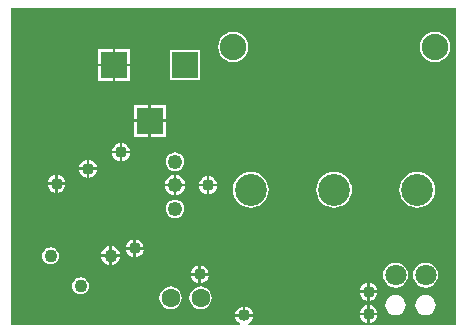
<source format=gbl>
%FSLAX24Y24*%
%MOIN*%
G70*
G01*
G75*
G04 Layer_Physical_Order=2*
G04 Layer_Color=16711680*
%ADD10R,0.0354X0.0276*%
%ADD11R,0.0354X0.0315*%
%ADD12R,0.0217X0.0512*%
%ADD13R,0.0236X0.0512*%
%ADD14R,0.0512X0.0217*%
%ADD15R,0.0276X0.0354*%
%ADD16R,0.0394X0.0217*%
%ADD17C,0.0300*%
%ADD18C,0.0200*%
%ADD19C,0.0630*%
%ADD20C,0.0709*%
%ADD21C,0.0492*%
%ADD22C,0.1063*%
%ADD23C,0.0882*%
%ADD24R,0.0866X0.0866*%
%ADD25C,0.0433*%
%ADD26C,0.0400*%
G36*
X24913Y10087D02*
X17994D01*
X17985Y10136D01*
X18009Y10146D01*
X18072Y10194D01*
X18120Y10257D01*
X18150Y10330D01*
X18155Y10368D01*
X17561D01*
X17566Y10330D01*
X17596Y10257D01*
X17644Y10194D01*
X17707Y10146D01*
X17731Y10136D01*
X17721Y10087D01*
X10087D01*
Y20663D01*
X24913D01*
Y10087D01*
D02*
G37*
%LPC*%
G36*
X13360Y12360D02*
X13086D01*
X13092Y12317D01*
X13124Y12240D01*
X13174Y12174D01*
X13240Y12124D01*
X13317Y12092D01*
X13360Y12086D01*
Y12360D01*
D02*
G37*
G36*
X16412Y12075D02*
Y11818D01*
X16670D01*
X16665Y11856D01*
X16634Y11929D01*
X16586Y11992D01*
X16524Y12040D01*
X16451Y12070D01*
X16412Y12075D01*
D02*
G37*
G36*
X11400Y12679D02*
X11328Y12669D01*
X11261Y12642D01*
X11203Y12597D01*
X11158Y12539D01*
X11131Y12472D01*
X11121Y12400D01*
X11131Y12328D01*
X11158Y12261D01*
X11203Y12203D01*
X11261Y12158D01*
X11328Y12131D01*
X11400Y12121D01*
X11472Y12131D01*
X11539Y12158D01*
X11597Y12203D01*
X11642Y12261D01*
X11669Y12328D01*
X11679Y12400D01*
X11669Y12472D01*
X11642Y12539D01*
X11597Y12597D01*
X11539Y12642D01*
X11472Y12669D01*
X11400Y12679D01*
D02*
G37*
G36*
X13714Y12360D02*
X13440D01*
Y12086D01*
X13483Y12092D01*
X13560Y12124D01*
X13626Y12174D01*
X13676Y12240D01*
X13708Y12317D01*
X13714Y12360D01*
D02*
G37*
G36*
X16332Y11738D02*
X16075D01*
X16080Y11699D01*
X16110Y11626D01*
X16158Y11564D01*
X16221Y11516D01*
X16294Y11485D01*
X16332Y11480D01*
Y11738D01*
D02*
G37*
G36*
X23900Y12168D02*
X23792Y12154D01*
X23691Y12112D01*
X23605Y12046D01*
X23538Y11959D01*
X23496Y11858D01*
X23482Y11750D01*
X23496Y11642D01*
X23538Y11541D01*
X23605Y11454D01*
X23691Y11388D01*
X23792Y11346D01*
X23900Y11332D01*
X24008Y11346D01*
X24109Y11388D01*
X24195Y11454D01*
X24262Y11541D01*
X24304Y11642D01*
X24318Y11750D01*
X24304Y11858D01*
X24262Y11959D01*
X24195Y12046D01*
X24109Y12112D01*
X24008Y12154D01*
X23900Y12168D01*
D02*
G37*
G36*
X16332Y12075D02*
X16294Y12070D01*
X16221Y12040D01*
X16158Y11992D01*
X16110Y11929D01*
X16080Y11856D01*
X16075Y11818D01*
X16332D01*
Y12075D01*
D02*
G37*
G36*
X16670Y11738D02*
X16412D01*
Y11480D01*
X16451Y11485D01*
X16524Y11516D01*
X16586Y11564D01*
X16634Y11626D01*
X16665Y11699D01*
X16670Y11738D01*
D02*
G37*
G36*
X14245Y12943D02*
Y12685D01*
X14502D01*
X14497Y12724D01*
X14467Y12797D01*
X14419Y12859D01*
X14356Y12907D01*
X14283Y12938D01*
X14245Y12943D01*
D02*
G37*
G36*
X14165D02*
X14126Y12938D01*
X14053Y12907D01*
X13991Y12859D01*
X13943Y12797D01*
X13912Y12724D01*
X13907Y12685D01*
X14165D01*
Y12943D01*
D02*
G37*
G36*
X18078Y15188D02*
X17962Y15177D01*
X17851Y15143D01*
X17748Y15088D01*
X17658Y15014D01*
X17584Y14924D01*
X17529Y14821D01*
X17495Y14710D01*
X17484Y14594D01*
X17495Y14478D01*
X17529Y14366D01*
X17584Y14263D01*
X17658Y14173D01*
X17748Y14100D01*
X17851Y14045D01*
X17962Y14011D01*
X18078Y13999D01*
X18194Y14011D01*
X18306Y14045D01*
X18409Y14100D01*
X18499Y14173D01*
X18573Y14263D01*
X18627Y14366D01*
X18661Y14478D01*
X18673Y14594D01*
X18661Y14710D01*
X18627Y14821D01*
X18573Y14924D01*
X18499Y15014D01*
X18409Y15088D01*
X18306Y15143D01*
X18194Y15177D01*
X18078Y15188D01*
D02*
G37*
G36*
X15550Y14271D02*
X15470Y14261D01*
X15396Y14230D01*
X15332Y14181D01*
X15283Y14117D01*
X15252Y14043D01*
X15241Y13963D01*
X15252Y13883D01*
X15283Y13808D01*
X15332Y13744D01*
X15396Y13695D01*
X15470Y13664D01*
X15550Y13654D01*
X15630Y13664D01*
X15704Y13695D01*
X15768Y13744D01*
X15817Y13808D01*
X15848Y13883D01*
X15859Y13963D01*
X15848Y14043D01*
X15817Y14117D01*
X15768Y14181D01*
X15704Y14230D01*
X15630Y14261D01*
X15550Y14271D01*
D02*
G37*
G36*
X14502Y12605D02*
X14245D01*
Y12348D01*
X14283Y12353D01*
X14356Y12383D01*
X14419Y12431D01*
X14467Y12494D01*
X14497Y12567D01*
X14502Y12605D01*
D02*
G37*
G36*
X14165D02*
X13907D01*
X13912Y12567D01*
X13943Y12494D01*
X13991Y12431D01*
X14053Y12383D01*
X14126Y12353D01*
X14165Y12348D01*
Y12605D01*
D02*
G37*
G36*
X13440Y12714D02*
Y12440D01*
X13714D01*
X13708Y12483D01*
X13676Y12560D01*
X13626Y12626D01*
X13560Y12676D01*
X13483Y12708D01*
X13440Y12714D01*
D02*
G37*
G36*
X13360D02*
X13317Y12708D01*
X13240Y12676D01*
X13174Y12626D01*
X13124Y12560D01*
X13092Y12483D01*
X13086Y12440D01*
X13360D01*
Y12714D01*
D02*
G37*
G36*
X17898Y10705D02*
Y10448D01*
X18155D01*
X18150Y10486D01*
X18120Y10559D01*
X18072Y10622D01*
X18009Y10670D01*
X17936Y10700D01*
X17898Y10705D01*
D02*
G37*
G36*
X17818D02*
X17780Y10700D01*
X17707Y10670D01*
X17644Y10622D01*
X17596Y10559D01*
X17566Y10486D01*
X17561Y10448D01*
X17818D01*
Y10705D01*
D02*
G37*
G36*
X22040Y10747D02*
Y10490D01*
X22297D01*
X22292Y10528D01*
X22262Y10601D01*
X22214Y10664D01*
X22151Y10712D01*
X22078Y10742D01*
X22040Y10747D01*
D02*
G37*
G36*
X21960D02*
X21922Y10742D01*
X21849Y10712D01*
X21786Y10664D01*
X21738Y10601D01*
X21708Y10528D01*
X21703Y10490D01*
X21960D01*
Y10747D01*
D02*
G37*
G36*
X22297Y10410D02*
X22040D01*
Y10153D01*
X22078Y10158D01*
X22151Y10188D01*
X22214Y10236D01*
X22262Y10299D01*
X22292Y10372D01*
X22297Y10410D01*
D02*
G37*
G36*
X21960D02*
X21703D01*
X21708Y10372D01*
X21738Y10299D01*
X21786Y10236D01*
X21849Y10188D01*
X21922Y10158D01*
X21960Y10153D01*
Y10410D01*
D02*
G37*
G36*
X23900Y11088D02*
X23812Y11077D01*
X23731Y11043D01*
X23661Y10989D01*
X23607Y10919D01*
X23573Y10838D01*
X23562Y10750D01*
X23573Y10662D01*
X23607Y10581D01*
X23661Y10511D01*
X23731Y10457D01*
X23812Y10423D01*
X23900Y10412D01*
X23988Y10423D01*
X24069Y10457D01*
X24139Y10511D01*
X24193Y10581D01*
X24227Y10662D01*
X24238Y10750D01*
X24227Y10838D01*
X24193Y10919D01*
X24139Y10989D01*
X24069Y11043D01*
X23988Y11077D01*
X23900Y11088D01*
D02*
G37*
G36*
X22900D02*
X22812Y11077D01*
X22731Y11043D01*
X22661Y10989D01*
X22607Y10919D01*
X22573Y10838D01*
X22562Y10750D01*
X22573Y10662D01*
X22607Y10581D01*
X22661Y10511D01*
X22731Y10457D01*
X22812Y10423D01*
X22900Y10412D01*
X22988Y10423D01*
X23069Y10457D01*
X23139Y10511D01*
X23193Y10581D01*
X23227Y10662D01*
X23238Y10750D01*
X23227Y10838D01*
X23193Y10919D01*
X23139Y10989D01*
X23069Y11043D01*
X22988Y11077D01*
X22900Y11088D01*
D02*
G37*
G36*
X21960Y11497D02*
X21922Y11492D01*
X21849Y11462D01*
X21786Y11414D01*
X21738Y11351D01*
X21708Y11278D01*
X21703Y11240D01*
X21960D01*
Y11497D01*
D02*
G37*
G36*
X12400Y11679D02*
X12328Y11669D01*
X12261Y11642D01*
X12203Y11597D01*
X12158Y11539D01*
X12131Y11472D01*
X12121Y11400D01*
X12131Y11328D01*
X12158Y11261D01*
X12203Y11203D01*
X12261Y11158D01*
X12328Y11131D01*
X12400Y11121D01*
X12472Y11131D01*
X12539Y11158D01*
X12597Y11203D01*
X12642Y11261D01*
X12669Y11328D01*
X12679Y11400D01*
X12669Y11472D01*
X12642Y11539D01*
X12597Y11597D01*
X12539Y11642D01*
X12472Y11669D01*
X12400Y11679D01*
D02*
G37*
G36*
X22900Y12168D02*
X22792Y12154D01*
X22691Y12112D01*
X22604Y12046D01*
X22538Y11959D01*
X22496Y11858D01*
X22482Y11750D01*
X22496Y11642D01*
X22538Y11541D01*
X22604Y11454D01*
X22691Y11388D01*
X22792Y11346D01*
X22900Y11332D01*
X23008Y11346D01*
X23109Y11388D01*
X23196Y11454D01*
X23262Y11541D01*
X23304Y11642D01*
X23318Y11750D01*
X23304Y11858D01*
X23262Y11959D01*
X23196Y12046D01*
X23109Y12112D01*
X23008Y12154D01*
X22900Y12168D01*
D02*
G37*
G36*
X22040Y11497D02*
Y11240D01*
X22297D01*
X22292Y11278D01*
X22262Y11351D01*
X22214Y11414D01*
X22151Y11462D01*
X22078Y11492D01*
X22040Y11497D01*
D02*
G37*
G36*
X16400Y11378D02*
X16302Y11365D01*
X16211Y11328D01*
X16133Y11267D01*
X16072Y11189D01*
X16035Y11098D01*
X16022Y11000D01*
X16035Y10902D01*
X16072Y10811D01*
X16133Y10733D01*
X16211Y10672D01*
X16302Y10635D01*
X16400Y10622D01*
X16498Y10635D01*
X16589Y10672D01*
X16667Y10733D01*
X16728Y10811D01*
X16765Y10902D01*
X16778Y11000D01*
X16765Y11098D01*
X16728Y11189D01*
X16667Y11267D01*
X16589Y11328D01*
X16498Y11365D01*
X16400Y11378D01*
D02*
G37*
G36*
X15400D02*
X15302Y11365D01*
X15211Y11328D01*
X15133Y11267D01*
X15072Y11189D01*
X15035Y11098D01*
X15022Y11000D01*
X15035Y10902D01*
X15072Y10811D01*
X15133Y10733D01*
X15211Y10672D01*
X15302Y10635D01*
X15400Y10622D01*
X15498Y10635D01*
X15589Y10672D01*
X15667Y10733D01*
X15728Y10811D01*
X15765Y10902D01*
X15778Y11000D01*
X15765Y11098D01*
X15728Y11189D01*
X15667Y11267D01*
X15589Y11328D01*
X15498Y11365D01*
X15400Y11378D01*
D02*
G37*
G36*
X22297Y11160D02*
X22040D01*
Y10903D01*
X22078Y10908D01*
X22151Y10938D01*
X22214Y10986D01*
X22262Y11049D01*
X22292Y11122D01*
X22297Y11160D01*
D02*
G37*
G36*
X21960D02*
X21703D01*
X21708Y11122D01*
X21738Y11049D01*
X21786Y10986D01*
X21849Y10938D01*
X21922Y10908D01*
X21960Y10903D01*
Y11160D01*
D02*
G37*
G36*
X20850Y15188D02*
X20734Y15177D01*
X20623Y15143D01*
X20520Y15088D01*
X20430Y15014D01*
X20356Y14924D01*
X20301Y14821D01*
X20267Y14710D01*
X20256Y14594D01*
X20267Y14478D01*
X20301Y14366D01*
X20356Y14263D01*
X20430Y14173D01*
X20520Y14100D01*
X20623Y14045D01*
X20734Y14011D01*
X20850Y13999D01*
X20966Y14011D01*
X21077Y14045D01*
X21180Y14100D01*
X21270Y14173D01*
X21344Y14263D01*
X21399Y14366D01*
X21433Y14478D01*
X21444Y14594D01*
X21433Y14710D01*
X21399Y14821D01*
X21344Y14924D01*
X21270Y15014D01*
X21180Y15088D01*
X21077Y15143D01*
X20966Y15177D01*
X20850Y15188D01*
D02*
G37*
G36*
X14660Y16860D02*
X14167D01*
Y16367D01*
X14660D01*
Y16860D01*
D02*
G37*
G36*
X13790Y16147D02*
Y15890D01*
X14047D01*
X14042Y15928D01*
X14012Y16001D01*
X13964Y16064D01*
X13901Y16112D01*
X13828Y16142D01*
X13790Y16147D01*
D02*
G37*
G36*
X14660Y17433D02*
X14167D01*
Y16940D01*
X14660D01*
Y17433D01*
D02*
G37*
G36*
X15233Y16860D02*
X14740D01*
Y16367D01*
X15233D01*
Y16860D01*
D02*
G37*
G36*
X13710Y15810D02*
X13453D01*
X13458Y15772D01*
X13488Y15699D01*
X13536Y15636D01*
X13599Y15588D01*
X13672Y15558D01*
X13710Y15553D01*
Y15810D01*
D02*
G37*
G36*
X12690Y15597D02*
Y15340D01*
X12947D01*
X12942Y15378D01*
X12912Y15451D01*
X12864Y15514D01*
X12801Y15562D01*
X12728Y15592D01*
X12690Y15597D01*
D02*
G37*
G36*
X13710Y16147D02*
X13672Y16142D01*
X13599Y16112D01*
X13536Y16064D01*
X13488Y16001D01*
X13458Y15928D01*
X13453Y15890D01*
X13710D01*
Y16147D01*
D02*
G37*
G36*
X14047Y15810D02*
X13790D01*
Y15553D01*
X13828Y15558D01*
X13901Y15588D01*
X13964Y15636D01*
X14012Y15699D01*
X14042Y15772D01*
X14047Y15810D01*
D02*
G37*
G36*
X14052Y19283D02*
X13559D01*
Y18790D01*
X14052D01*
Y19283D01*
D02*
G37*
G36*
X13479D02*
X12986D01*
Y18790D01*
X13479D01*
Y19283D01*
D02*
G37*
G36*
X24212Y19859D02*
X24081Y19842D01*
X23960Y19791D01*
X23855Y19711D01*
X23775Y19606D01*
X23724Y19484D01*
X23707Y19354D01*
X23724Y19223D01*
X23775Y19101D01*
X23855Y18996D01*
X23960Y18916D01*
X24081Y18865D01*
X24212Y18848D01*
X24343Y18865D01*
X24465Y18916D01*
X24569Y18996D01*
X24650Y19101D01*
X24700Y19223D01*
X24717Y19354D01*
X24700Y19484D01*
X24650Y19606D01*
X24569Y19711D01*
X24465Y19791D01*
X24343Y19842D01*
X24212Y19859D01*
D02*
G37*
G36*
X17488D02*
X17357Y19842D01*
X17235Y19791D01*
X17131Y19711D01*
X17050Y19606D01*
X17000Y19484D01*
X16983Y19354D01*
X17000Y19223D01*
X17050Y19101D01*
X17131Y18996D01*
X17235Y18916D01*
X17357Y18865D01*
X17488Y18848D01*
X17619Y18865D01*
X17740Y18916D01*
X17845Y18996D01*
X17925Y19101D01*
X17976Y19223D01*
X17993Y19354D01*
X17976Y19484D01*
X17925Y19606D01*
X17845Y19711D01*
X17740Y19791D01*
X17619Y19842D01*
X17488Y19859D01*
D02*
G37*
G36*
X13479Y18710D02*
X12986D01*
Y18217D01*
X13479D01*
Y18710D01*
D02*
G37*
G36*
X15233Y17433D02*
X14740D01*
Y16940D01*
X15233D01*
Y17433D01*
D02*
G37*
G36*
X16374Y19243D02*
X15388D01*
Y18257D01*
X16374D01*
Y19243D01*
D02*
G37*
G36*
X14052Y18710D02*
X13559D01*
Y18217D01*
X14052D01*
Y18710D01*
D02*
G37*
G36*
X12610Y15597D02*
X12572Y15592D01*
X12499Y15562D01*
X12436Y15514D01*
X12388Y15451D01*
X12358Y15378D01*
X12353Y15340D01*
X12610D01*
Y15597D01*
D02*
G37*
G36*
X11560Y14760D02*
X11303D01*
X11308Y14722D01*
X11338Y14649D01*
X11386Y14586D01*
X11449Y14538D01*
X11522Y14508D01*
X11560Y14503D01*
Y14760D01*
D02*
G37*
G36*
X16947Y14710D02*
X16690D01*
Y14453D01*
X16728Y14458D01*
X16801Y14488D01*
X16864Y14536D01*
X16912Y14599D01*
X16942Y14672D01*
X16947Y14710D01*
D02*
G37*
G36*
X15510Y15094D02*
X15460Y15087D01*
X15375Y15052D01*
X15303Y14997D01*
X15248Y14925D01*
X15213Y14840D01*
X15206Y14790D01*
X15510D01*
Y15094D01*
D02*
G37*
G36*
X11897Y14760D02*
X11640D01*
Y14503D01*
X11678Y14508D01*
X11751Y14538D01*
X11814Y14586D01*
X11862Y14649D01*
X11892Y14722D01*
X11897Y14760D01*
D02*
G37*
G36*
X15510Y14710D02*
X15206D01*
X15213Y14660D01*
X15248Y14575D01*
X15303Y14503D01*
X15375Y14448D01*
X15460Y14413D01*
X15510Y14406D01*
Y14710D01*
D02*
G37*
G36*
X23622Y15188D02*
X23506Y15177D01*
X23394Y15143D01*
X23291Y15088D01*
X23201Y15014D01*
X23127Y14924D01*
X23073Y14821D01*
X23039Y14710D01*
X23027Y14594D01*
X23039Y14478D01*
X23073Y14366D01*
X23127Y14263D01*
X23201Y14173D01*
X23291Y14100D01*
X23394Y14045D01*
X23506Y14011D01*
X23622Y13999D01*
X23738Y14011D01*
X23849Y14045D01*
X23952Y14100D01*
X24042Y14173D01*
X24116Y14263D01*
X24171Y14366D01*
X24205Y14478D01*
X24216Y14594D01*
X24205Y14710D01*
X24171Y14821D01*
X24116Y14924D01*
X24042Y15014D01*
X23952Y15088D01*
X23849Y15143D01*
X23738Y15177D01*
X23622Y15188D01*
D02*
G37*
G36*
X16610Y14710D02*
X16353D01*
X16358Y14672D01*
X16388Y14599D01*
X16436Y14536D01*
X16499Y14488D01*
X16572Y14458D01*
X16610Y14453D01*
Y14710D01*
D02*
G37*
G36*
X15894Y14710D02*
X15590D01*
Y14406D01*
X15640Y14413D01*
X15725Y14448D01*
X15797Y14503D01*
X15852Y14575D01*
X15887Y14660D01*
X15894Y14710D01*
D02*
G37*
G36*
X12610Y15260D02*
X12353D01*
X12358Y15222D01*
X12388Y15149D01*
X12436Y15086D01*
X12499Y15038D01*
X12572Y15008D01*
X12610Y15003D01*
Y15260D01*
D02*
G37*
G36*
X11640Y15097D02*
Y14840D01*
X11897D01*
X11892Y14878D01*
X11862Y14951D01*
X11814Y15014D01*
X11751Y15062D01*
X11678Y15092D01*
X11640Y15097D01*
D02*
G37*
G36*
X15550Y15846D02*
X15470Y15836D01*
X15396Y15805D01*
X15332Y15756D01*
X15283Y15692D01*
X15252Y15617D01*
X15241Y15537D01*
X15252Y15458D01*
X15283Y15383D01*
X15332Y15319D01*
X15396Y15270D01*
X15470Y15239D01*
X15550Y15229D01*
X15630Y15239D01*
X15704Y15270D01*
X15768Y15319D01*
X15817Y15383D01*
X15848Y15458D01*
X15859Y15537D01*
X15848Y15617D01*
X15817Y15692D01*
X15768Y15756D01*
X15704Y15805D01*
X15630Y15836D01*
X15550Y15846D01*
D02*
G37*
G36*
X12947Y15260D02*
X12690D01*
Y15003D01*
X12728Y15008D01*
X12801Y15038D01*
X12864Y15086D01*
X12912Y15149D01*
X12942Y15222D01*
X12947Y15260D01*
D02*
G37*
G36*
X16610Y15047D02*
X16572Y15042D01*
X16499Y15012D01*
X16436Y14964D01*
X16388Y14901D01*
X16358Y14828D01*
X16353Y14790D01*
X16610D01*
Y15047D01*
D02*
G37*
G36*
X15590Y15094D02*
Y14790D01*
X15894D01*
X15887Y14840D01*
X15852Y14925D01*
X15797Y14997D01*
X15725Y15052D01*
X15640Y15087D01*
X15590Y15094D01*
D02*
G37*
G36*
X11560Y15097D02*
X11522Y15092D01*
X11449Y15062D01*
X11386Y15014D01*
X11338Y14951D01*
X11308Y14878D01*
X11303Y14840D01*
X11560D01*
Y15097D01*
D02*
G37*
G36*
X16690Y15047D02*
Y14790D01*
X16947D01*
X16942Y14828D01*
X16912Y14901D01*
X16864Y14964D01*
X16801Y15012D01*
X16728Y15042D01*
X16690Y15047D01*
D02*
G37*
%LPD*%
D19*
X16400Y11000D02*
D03*
X15400D02*
D03*
D20*
X23900Y11750D02*
D03*
X22900D02*
D03*
D21*
X15550Y15537D02*
D03*
Y14750D02*
D03*
Y13963D02*
D03*
D22*
X18078Y14594D02*
D03*
X23622D02*
D03*
X20850D02*
D03*
D23*
X17488Y19354D02*
D03*
X24212D02*
D03*
D24*
X15881Y18750D02*
D03*
X13519D02*
D03*
X14700Y16900D02*
D03*
D25*
X11400Y12400D02*
D03*
X12400Y11400D02*
D03*
X13400Y12400D02*
D03*
D26*
X22000Y11200D02*
D03*
Y10450D02*
D03*
X16650Y14750D02*
D03*
X12650Y15300D02*
D03*
X11600Y14800D02*
D03*
X14205Y12645D02*
D03*
X16372Y11778D02*
D03*
X17858Y10408D02*
D03*
X13750Y15850D02*
D03*
M02*

</source>
